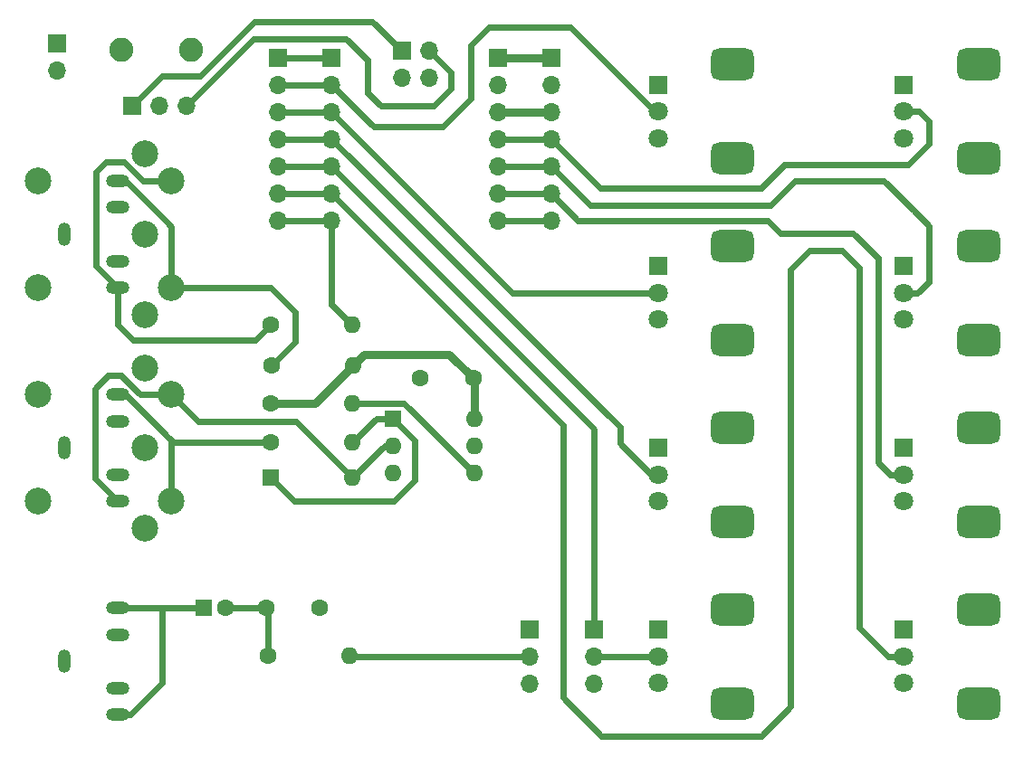
<source format=gbr>
%TF.GenerationSoftware,KiCad,Pcbnew,(6.0.5)*%
%TF.CreationDate,2023-03-15T22:14:50+00:00*%
%TF.ProjectId,XiaoSynthBoard,5869616f-5379-46e7-9468-426f6172642e,rev?*%
%TF.SameCoordinates,Original*%
%TF.FileFunction,Copper,L1,Top*%
%TF.FilePolarity,Positive*%
%FSLAX46Y46*%
G04 Gerber Fmt 4.6, Leading zero omitted, Abs format (unit mm)*
G04 Created by KiCad (PCBNEW (6.0.5)) date 2023-03-15 22:14:50*
%MOMM*%
%LPD*%
G01*
G04 APERTURE LIST*
G04 Aperture macros list*
%AMRoundRect*
0 Rectangle with rounded corners*
0 $1 Rounding radius*
0 $2 $3 $4 $5 $6 $7 $8 $9 X,Y pos of 4 corners*
0 Add a 4 corners polygon primitive as box body*
4,1,4,$2,$3,$4,$5,$6,$7,$8,$9,$2,$3,0*
0 Add four circle primitives for the rounded corners*
1,1,$1+$1,$2,$3*
1,1,$1+$1,$4,$5*
1,1,$1+$1,$6,$7*
1,1,$1+$1,$8,$9*
0 Add four rect primitives between the rounded corners*
20,1,$1+$1,$2,$3,$4,$5,0*
20,1,$1+$1,$4,$5,$6,$7,0*
20,1,$1+$1,$6,$7,$8,$9,0*
20,1,$1+$1,$8,$9,$2,$3,0*%
G04 Aperture macros list end*
%TA.AperFunction,ComponentPad*%
%ADD10C,2.499360*%
%TD*%
%TA.AperFunction,WasherPad*%
%ADD11C,2.499360*%
%TD*%
%TA.AperFunction,ComponentPad*%
%ADD12R,1.700000X1.700000*%
%TD*%
%TA.AperFunction,ComponentPad*%
%ADD13O,1.700000X1.700000*%
%TD*%
%TA.AperFunction,ComponentPad*%
%ADD14O,2.200000X1.200000*%
%TD*%
%TA.AperFunction,ComponentPad*%
%ADD15O,1.200000X2.200000*%
%TD*%
%TA.AperFunction,ComponentPad*%
%ADD16C,1.600000*%
%TD*%
%TA.AperFunction,ComponentPad*%
%ADD17O,1.600000X1.600000*%
%TD*%
%TA.AperFunction,ComponentPad*%
%ADD18RoundRect,0.750000X-1.250000X-0.750000X1.250000X-0.750000X1.250000X0.750000X-1.250000X0.750000X0*%
%TD*%
%TA.AperFunction,ComponentPad*%
%ADD19C,1.800000*%
%TD*%
%TA.AperFunction,ComponentPad*%
%ADD20R,1.800000X1.800000*%
%TD*%
%TA.AperFunction,ComponentPad*%
%ADD21R,1.600000X1.600000*%
%TD*%
%TA.AperFunction,ComponentPad*%
%ADD22C,2.250000*%
%TD*%
%TA.AperFunction,Conductor*%
%ADD23C,0.600000*%
%TD*%
%TA.AperFunction,Conductor*%
%ADD24C,0.800000*%
%TD*%
G04 APERTURE END LIST*
D10*
%TO.P,J4,5*%
%TO.N,Net-(J1-PadT)*%
X64499100Y-66003820D03*
%TO.P,J4,4*%
%TO.N,Net-(J1-PadR)*%
X64499100Y-75996180D03*
%TO.P,J4,3*%
%TO.N,unconnected-(J4-Pad3)*%
X61997200Y-63501920D03*
%TO.P,J4,2*%
%TO.N,GND*%
X61999740Y-71000000D03*
%TO.P,J4,1*%
%TO.N,unconnected-(J4-Pad1)*%
X61997200Y-78498080D03*
D11*
%TO.P,J4,*%
%TO.N,*%
X52002300Y-76001260D03*
X52002300Y-65998740D03*
%TD*%
D12*
%TO.P,J9,1,Pin_1*%
%TO.N,Net-(J8-Pad1)*%
X60825000Y-58975000D03*
D13*
%TO.P,J9,2,Pin_2*%
%TO.N,GND*%
X63365000Y-58975000D03*
%TO.P,J9,3,Pin_3*%
%TO.N,Net-(J8-Pad2)*%
X65905000Y-58975000D03*
%TD*%
%TO.P,J14,3,Pin_3*%
%TO.N,unconnected-(J14-Pad3)*%
X98000000Y-113080000D03*
%TO.P,J14,2,Pin_2*%
%TO.N,Net-(J14-Pad2)*%
X98000000Y-110540000D03*
D12*
%TO.P,J14,1,Pin_1*%
%TO.N,/A0*%
X98000000Y-108000000D03*
%TD*%
%TO.P,J13,1,Pin_1*%
%TO.N,/A4*%
X104000000Y-108000000D03*
D13*
%TO.P,J13,2,Pin_2*%
%TO.N,Net-(J13-Pad2)*%
X104000000Y-110540000D03*
%TO.P,J13,3,Pin_3*%
%TO.N,/A0*%
X104000000Y-113080000D03*
%TD*%
D14*
%TO.P,J1,TN*%
%TO.N,N/C*%
X59500000Y-73500000D03*
%TO.P,J1,T*%
%TO.N,Net-(J1-PadT)*%
X59500000Y-76000000D03*
D15*
%TO.P,J1,S*%
%TO.N,GND*%
X54500000Y-71000000D03*
D14*
%TO.P,J1,RN*%
%TO.N,N/C*%
X59500000Y-68500000D03*
%TO.P,J1,R*%
%TO.N,Net-(J1-PadR)*%
X59500000Y-66000000D03*
%TD*%
D16*
%TO.P,C1,1*%
%TO.N,+3V3*%
X92750000Y-84475000D03*
%TO.P,C1,2*%
%TO.N,GND*%
X87750000Y-84475000D03*
%TD*%
%TO.P,R4,1*%
%TO.N,+3V3*%
X73815000Y-86825000D03*
D17*
%TO.P,R4,2*%
%TO.N,/RX*%
X81435000Y-86825000D03*
%TD*%
D14*
%TO.P,J2,TN*%
%TO.N,N/C*%
X59500000Y-93500000D03*
%TO.P,J2,T*%
%TO.N,Net-(D1-Pad2)*%
X59500000Y-96000000D03*
D15*
%TO.P,J2,S*%
%TO.N,unconnected-(J2-PadS)*%
X54500000Y-91000000D03*
D14*
%TO.P,J2,RN*%
%TO.N,N/C*%
X59500000Y-88500000D03*
%TO.P,J2,R*%
%TO.N,Net-(J2-PadR)*%
X59500000Y-86000000D03*
%TD*%
D12*
%TO.P,J7,1,Pin_1*%
%TO.N,/A0*%
X79500000Y-54500000D03*
D13*
%TO.P,J7,2,Pin_2*%
%TO.N,/A1*%
X79500000Y-57040000D03*
%TO.P,J7,3,Pin_3*%
%TO.N,/A2*%
X79500000Y-59580000D03*
%TO.P,J7,4,Pin_4*%
%TO.N,/A3*%
X79500000Y-62120000D03*
%TO.P,J7,5,Pin_5*%
%TO.N,/A4*%
X79500000Y-64660000D03*
%TO.P,J7,6,Pin_6*%
%TO.N,/A5*%
X79500000Y-67200000D03*
%TO.P,J7,7,Pin_7*%
%TO.N,/TX*%
X79500000Y-69740000D03*
%TD*%
D18*
%TO.P,RV2,MP*%
%TO.N,N/C*%
X117000000Y-80900000D03*
X117000000Y-72100000D03*
D19*
%TO.P,RV2,3,3*%
%TO.N,+3V3*%
X110000000Y-79000000D03*
%TO.P,RV2,2,2*%
%TO.N,/A2*%
X110000000Y-76500000D03*
D20*
%TO.P,RV2,1,1*%
%TO.N,GND*%
X110000000Y-74000000D03*
%TD*%
D18*
%TO.P,RV4,MP*%
%TO.N,N/C*%
X117000000Y-106100000D03*
X117000000Y-114900000D03*
D19*
%TO.P,RV4,3,3*%
%TO.N,+3V3*%
X110000000Y-113000000D03*
%TO.P,RV4,2,2*%
%TO.N,Net-(J13-Pad2)*%
X110000000Y-110500000D03*
D20*
%TO.P,RV4,1,1*%
%TO.N,GND*%
X110000000Y-108000000D03*
%TD*%
D12*
%TO.P,J8,1,Pin_1*%
%TO.N,Net-(J8-Pad1)*%
X86050000Y-53820000D03*
D13*
%TO.P,J8,2,Pin_2*%
%TO.N,Net-(J8-Pad2)*%
X88590000Y-53820000D03*
%TO.P,J8,3,Pin_3*%
%TO.N,Net-(J8-Pad3)*%
X86050000Y-56360000D03*
%TO.P,J8,4,Pin_4*%
%TO.N,GND*%
X88590000Y-56360000D03*
%TD*%
D12*
%TO.P,J5,1,Pin_1*%
%TO.N,+5V*%
X53825000Y-53150000D03*
D13*
%TO.P,J5,2,Pin_2*%
%TO.N,GND*%
X53825000Y-55690000D03*
%TD*%
D16*
%TO.P,C2,1*%
%TO.N,Net-(C2-Pad1)*%
X73400000Y-106000000D03*
%TO.P,C2,2*%
%TO.N,GND*%
X78400000Y-106000000D03*
%TD*%
D17*
%TO.P,U1,6*%
%TO.N,+3V3*%
X92795000Y-88275000D03*
%TO.P,U1,5*%
%TO.N,GND*%
X92795000Y-90815000D03*
%TO.P,U1,4*%
%TO.N,/RX*%
X92795000Y-93355000D03*
%TO.P,U1,3*%
%TO.N,unconnected-(U1-Pad3)*%
X85175000Y-93355000D03*
%TO.P,U1,2*%
%TO.N,Net-(D1-Pad2)*%
X85175000Y-90815000D03*
D21*
%TO.P,U1,1*%
%TO.N,Net-(D1-Pad1)*%
X85175000Y-88275000D03*
%TD*%
D16*
%TO.P,R1,1*%
%TO.N,Net-(J2-PadR)*%
X73825000Y-90500000D03*
D17*
%TO.P,R1,2*%
%TO.N,Net-(D1-Pad1)*%
X81445000Y-90500000D03*
%TD*%
D21*
%TO.P,C3,1*%
%TO.N,Net-(C3-Pad1)*%
X67544888Y-106000000D03*
D16*
%TO.P,C3,2*%
%TO.N,Net-(C2-Pad1)*%
X69544888Y-106000000D03*
%TD*%
D14*
%TO.P,J12,TN*%
%TO.N,N/C*%
X59500000Y-113500000D03*
%TO.P,J12,T*%
%TO.N,Net-(C3-Pad1)*%
X59500000Y-116000000D03*
D15*
%TO.P,J12,S*%
%TO.N,GND*%
X54500000Y-111000000D03*
D14*
%TO.P,J12,RN*%
%TO.N,N/C*%
X59500000Y-108500000D03*
%TO.P,J12,R*%
%TO.N,Net-(C3-Pad1)*%
X59500000Y-106000000D03*
%TD*%
D20*
%TO.P,RV7,1,1*%
%TO.N,GND*%
X133000000Y-74000000D03*
D19*
%TO.P,RV7,2,2*%
%TO.N,/A9*%
X133000000Y-76500000D03*
%TO.P,RV7,3,3*%
%TO.N,+3V3*%
X133000000Y-79000000D03*
D18*
%TO.P,RV7,MP*%
%TO.N,N/C*%
X140000000Y-80900000D03*
X140000000Y-72100000D03*
%TD*%
D16*
%TO.P,R3,1*%
%TO.N,Net-(J1-PadT)*%
X73765000Y-79475000D03*
D17*
%TO.P,R3,2*%
%TO.N,/TX*%
X81385000Y-79475000D03*
%TD*%
D12*
%TO.P,J11,1,Pin_1*%
%TO.N,+5V*%
X100025000Y-54500000D03*
D13*
%TO.P,J11,2,Pin_2*%
%TO.N,GND*%
X100025000Y-57040000D03*
%TO.P,J11,3,Pin_3*%
%TO.N,+3V3*%
X100025000Y-59580000D03*
%TO.P,J11,4,Pin_4*%
%TO.N,/A10*%
X100025000Y-62120000D03*
%TO.P,J11,5,Pin_5*%
%TO.N,/A9*%
X100025000Y-64660000D03*
%TO.P,J11,6,Pin_6*%
%TO.N,/A8*%
X100025000Y-67200000D03*
%TO.P,J11,7,Pin_7*%
%TO.N,/RX*%
X100025000Y-69740000D03*
%TD*%
D12*
%TO.P,J6,1,Pin_1*%
%TO.N,/A0*%
X74500000Y-54500000D03*
D13*
%TO.P,J6,2,Pin_2*%
%TO.N,/A1*%
X74500000Y-57040000D03*
%TO.P,J6,3,Pin_3*%
%TO.N,/A2*%
X74500000Y-59580000D03*
%TO.P,J6,4,Pin_4*%
%TO.N,/A3*%
X74500000Y-62120000D03*
%TO.P,J6,5,Pin_5*%
%TO.N,/A4*%
X74500000Y-64660000D03*
%TO.P,J6,6,Pin_6*%
%TO.N,/A5*%
X74500000Y-67200000D03*
%TO.P,J6,7,Pin_7*%
%TO.N,/TX*%
X74500000Y-69740000D03*
%TD*%
D18*
%TO.P,RV3,MP*%
%TO.N,N/C*%
X117000000Y-89100000D03*
X117000000Y-97900000D03*
D19*
%TO.P,RV3,3,3*%
%TO.N,+3V3*%
X110000000Y-96000000D03*
%TO.P,RV3,2,2*%
%TO.N,/A3*%
X110000000Y-93500000D03*
D20*
%TO.P,RV3,1,1*%
%TO.N,GND*%
X110000000Y-91000000D03*
%TD*%
D16*
%TO.P,R2,1*%
%TO.N,Net-(J1-PadR)*%
X73840000Y-83275000D03*
D17*
%TO.P,R2,2*%
%TO.N,+3V3*%
X81460000Y-83275000D03*
%TD*%
D22*
%TO.P,SW1,2,B*%
%TO.N,GND*%
X59850000Y-53700000D03*
%TO.P,SW1,1,A*%
%TO.N,Net-(J8-Pad3)*%
X66350000Y-53700000D03*
%TD*%
D16*
%TO.P,R5,1*%
%TO.N,Net-(C2-Pad1)*%
X73490000Y-110475000D03*
D17*
%TO.P,R5,2*%
%TO.N,Net-(J14-Pad2)*%
X81110000Y-110475000D03*
%TD*%
D12*
%TO.P,J10,1,Pin_1*%
%TO.N,+5V*%
X95025000Y-54500000D03*
D13*
%TO.P,J10,2,Pin_2*%
%TO.N,GND*%
X95025000Y-57040000D03*
%TO.P,J10,3,Pin_3*%
%TO.N,+3V3*%
X95025000Y-59580000D03*
%TO.P,J10,4,Pin_4*%
%TO.N,/A10*%
X95025000Y-62120000D03*
%TO.P,J10,5,Pin_5*%
%TO.N,/A9*%
X95025000Y-64660000D03*
%TO.P,J10,6,Pin_6*%
%TO.N,/A8*%
X95025000Y-67200000D03*
%TO.P,J10,7,Pin_7*%
%TO.N,/RX*%
X95025000Y-69740000D03*
%TD*%
D21*
%TO.P,D1,1,K*%
%TO.N,Net-(D1-Pad1)*%
X73815000Y-93800000D03*
D17*
%TO.P,D1,2,A*%
%TO.N,Net-(D1-Pad2)*%
X81435000Y-93800000D03*
%TD*%
D18*
%TO.P,RV8,MP*%
%TO.N,N/C*%
X140000000Y-55100000D03*
X140000000Y-63900000D03*
D19*
%TO.P,RV8,3,3*%
%TO.N,+3V3*%
X133000000Y-62000000D03*
%TO.P,RV8,2,2*%
%TO.N,/A10*%
X133000000Y-59500000D03*
D20*
%TO.P,RV8,1,1*%
%TO.N,GND*%
X133000000Y-57000000D03*
%TD*%
D11*
%TO.P,J3,*%
%TO.N,*%
X52002300Y-96001260D03*
X52002300Y-85998740D03*
D10*
%TO.P,J3,1*%
%TO.N,unconnected-(J3-Pad1)*%
X61997200Y-98498080D03*
%TO.P,J3,2*%
%TO.N,unconnected-(J3-Pad2)*%
X61999740Y-91000000D03*
%TO.P,J3,3*%
%TO.N,unconnected-(J3-Pad3)*%
X61997200Y-83501920D03*
%TO.P,J3,4*%
%TO.N,Net-(J2-PadR)*%
X64499100Y-95996180D03*
%TO.P,J3,5*%
%TO.N,Net-(D1-Pad2)*%
X64499100Y-86003820D03*
%TD*%
D18*
%TO.P,RV5,MP*%
%TO.N,N/C*%
X140000000Y-114900000D03*
X140000000Y-106100000D03*
D19*
%TO.P,RV5,3,3*%
%TO.N,+3V3*%
X133000000Y-113000000D03*
%TO.P,RV5,2,2*%
%TO.N,/A5*%
X133000000Y-110500000D03*
D20*
%TO.P,RV5,1,1*%
%TO.N,GND*%
X133000000Y-108000000D03*
%TD*%
%TO.P,RV6,1,1*%
%TO.N,GND*%
X133000000Y-91000000D03*
D19*
%TO.P,RV6,2,2*%
%TO.N,/A8*%
X133000000Y-93500000D03*
%TO.P,RV6,3,3*%
%TO.N,+3V3*%
X133000000Y-96000000D03*
D18*
%TO.P,RV6,MP*%
%TO.N,N/C*%
X140000000Y-97900000D03*
X140000000Y-89100000D03*
%TD*%
%TO.P,RV1,MP*%
%TO.N,N/C*%
X117000000Y-63900000D03*
X117000000Y-55100000D03*
D19*
%TO.P,RV1,3,3*%
%TO.N,+3V3*%
X110000000Y-62000000D03*
%TO.P,RV1,2,2*%
%TO.N,/A1*%
X110000000Y-59500000D03*
D20*
%TO.P,RV1,1,1*%
%TO.N,GND*%
X110000000Y-57000000D03*
%TD*%
D23*
%TO.N,/A8*%
X131727208Y-93500000D02*
X133000000Y-93500000D01*
X130601104Y-92373896D02*
X131727208Y-93500000D01*
X130601104Y-73226104D02*
X130601104Y-92373896D01*
X128250000Y-70875000D02*
X130601104Y-73226104D01*
X120250000Y-69700000D02*
X121425000Y-70875000D01*
X100025000Y-67200000D02*
X102525000Y-69700000D01*
X102525000Y-69700000D02*
X120250000Y-69700000D01*
X121425000Y-70875000D02*
X128250000Y-70875000D01*
%TO.N,/A5*%
X127175000Y-72525000D02*
X128825000Y-74175000D01*
X124175000Y-72525000D02*
X127175000Y-72525000D01*
X128825000Y-74175000D02*
X128825000Y-107825000D01*
X122387500Y-74312500D02*
X124175000Y-72525000D01*
X122387500Y-115212500D02*
X122387500Y-74312500D01*
%TO.N,/A9*%
X122850000Y-65975000D02*
X131100000Y-65975000D01*
X133862500Y-68737500D02*
X135325000Y-70200000D01*
X133400000Y-68275000D02*
X133862500Y-68737500D01*
X120550000Y-68275000D02*
X122850000Y-65975000D01*
X131100000Y-65975000D02*
X133862500Y-68737500D01*
X104700000Y-68275000D02*
X120550000Y-68275000D01*
%TO.N,/A10*%
X135375000Y-60450000D02*
X134425000Y-59500000D01*
X134425000Y-59500000D02*
X133000000Y-59500000D01*
X135375000Y-62525000D02*
X135375000Y-60450000D01*
X133400000Y-64500000D02*
X135375000Y-62525000D01*
X121825000Y-64500000D02*
X133400000Y-64500000D01*
X119650000Y-66675000D02*
X121825000Y-64500000D01*
X104580000Y-66675000D02*
X119650000Y-66675000D01*
X100025000Y-62120000D02*
X104580000Y-66675000D01*
%TO.N,/A5*%
X119650000Y-117950000D02*
X122387500Y-115212500D01*
X128825000Y-107825000D02*
X131500000Y-110500000D01*
X131500000Y-110500000D02*
X133000000Y-110500000D01*
X104700000Y-117950000D02*
X119650000Y-117950000D01*
X101125000Y-114375000D02*
X104700000Y-117950000D01*
X101125000Y-88875000D02*
X101125000Y-114375000D01*
X101150000Y-88850000D02*
X101125000Y-88875000D01*
X79500000Y-67200000D02*
X101150000Y-88850000D01*
%TO.N,/A9*%
X135325000Y-70200000D02*
X135325000Y-75447792D01*
X135325000Y-75447792D02*
X134272792Y-76500000D01*
X134272792Y-76500000D02*
X133000000Y-76500000D01*
%TO.N,/A0*%
X79500000Y-54500000D02*
X74500000Y-54500000D01*
%TO.N,/A1*%
X74500000Y-57040000D02*
X79500000Y-57040000D01*
%TO.N,/A2*%
X79500000Y-59580000D02*
X74500000Y-59580000D01*
%TO.N,/A3*%
X74500000Y-62120000D02*
X79500000Y-62120000D01*
%TO.N,/A4*%
X79500000Y-64660000D02*
X74500000Y-64660000D01*
%TO.N,/A5*%
X74500000Y-67200000D02*
X79500000Y-67200000D01*
%TO.N,/TX*%
X79500000Y-69740000D02*
X74500000Y-69740000D01*
D24*
%TO.N,+5V*%
X100025000Y-54500000D02*
X95025000Y-54500000D01*
%TO.N,+3V3*%
X95025000Y-59580000D02*
X100025000Y-59580000D01*
D23*
%TO.N,/A10*%
X100025000Y-62120000D02*
X95025000Y-62120000D01*
%TO.N,/A9*%
X95025000Y-64660000D02*
X100025000Y-64660000D01*
%TO.N,/A8*%
X100025000Y-67200000D02*
X95025000Y-67200000D01*
%TO.N,/RX*%
X95025000Y-69740000D02*
X100025000Y-69740000D01*
%TO.N,/A9*%
X103640000Y-68275000D02*
X104700000Y-68275000D01*
X100025000Y-64660000D02*
X103640000Y-68275000D01*
%TO.N,Net-(J8-Pad2)*%
X90612500Y-55842500D02*
X88590000Y-53820000D01*
X90612500Y-57387500D02*
X90612500Y-55842500D01*
X89000000Y-59000000D02*
X90612500Y-57387500D01*
X82850000Y-57750000D02*
X84100000Y-59000000D01*
X84100000Y-59000000D02*
X89000000Y-59000000D01*
X80825000Y-52675000D02*
X82850000Y-54700000D01*
X72205000Y-52675000D02*
X80825000Y-52675000D01*
X65905000Y-58975000D02*
X72205000Y-52675000D01*
X82850000Y-54700000D02*
X82850000Y-57750000D01*
%TO.N,Net-(D1-Pad2)*%
X61558776Y-86003820D02*
X64499100Y-86003820D01*
X59854956Y-84300000D02*
X61558776Y-86003820D01*
X59825000Y-84300000D02*
X59854956Y-84300000D01*
X57350000Y-93850000D02*
X57350000Y-85450000D01*
X57350000Y-85450000D02*
X58550000Y-84250000D01*
X59500000Y-96000000D02*
X57350000Y-93850000D01*
X58550000Y-84250000D02*
X59825000Y-84250000D01*
X59825000Y-84250000D02*
X59825000Y-84300000D01*
%TO.N,Net-(J1-PadT)*%
X72340000Y-80900000D02*
X73765000Y-79475000D01*
X59500000Y-79500000D02*
X60900000Y-80900000D01*
X59500000Y-76000000D02*
X59500000Y-79500000D01*
X60900000Y-80900000D02*
X72340000Y-80900000D01*
%TO.N,Net-(D1-Pad2)*%
X76187360Y-88552360D02*
X81435000Y-93800000D01*
X67047640Y-88552360D02*
X76187360Y-88552360D01*
X64499100Y-86003820D02*
X67047640Y-88552360D01*
%TO.N,Net-(J2-PadR)*%
X64700000Y-90500000D02*
X64225000Y-90025000D01*
X73825000Y-90500000D02*
X64700000Y-90500000D01*
X64499100Y-95996180D02*
X64499100Y-90299100D01*
X64499100Y-90299100D02*
X64225000Y-90025000D01*
X60200000Y-86000000D02*
X64225000Y-90025000D01*
%TO.N,Net-(J1-PadR)*%
X64499100Y-75996180D02*
X64499100Y-70299100D01*
X64499100Y-70299100D02*
X64200000Y-70000000D01*
X60200000Y-66000000D02*
X64200000Y-70000000D01*
%TO.N,Net-(J1-PadT)*%
X61853820Y-66003820D02*
X64499100Y-66003820D01*
%TO.N,/A9*%
X132700978Y-76500000D02*
X133000000Y-76500000D01*
%TO.N,Net-(J1-PadT)*%
X58375000Y-64200000D02*
X57425000Y-65150000D01*
X60050000Y-64200000D02*
X58375000Y-64200000D01*
X57425000Y-73925000D02*
X59500000Y-76000000D01*
X61853820Y-66003820D02*
X60050000Y-64200000D01*
X57425000Y-65150000D02*
X57425000Y-73925000D01*
%TO.N,Net-(J8-Pad1)*%
X83305000Y-51075000D02*
X86050000Y-53820000D01*
X67150000Y-56200000D02*
X72275000Y-51075000D01*
X72275000Y-51075000D02*
X83305000Y-51075000D01*
X63600000Y-56200000D02*
X67150000Y-56200000D01*
X60825000Y-58975000D02*
X63600000Y-56200000D01*
%TO.N,/A1*%
X101825978Y-51625000D02*
X109700978Y-59500000D01*
X94200000Y-51625000D02*
X101825978Y-51625000D01*
X109700978Y-59500000D02*
X110000000Y-59500000D01*
X92525489Y-53299511D02*
X94200000Y-51625000D01*
X89900000Y-60950000D02*
X92525489Y-58324511D01*
X83410000Y-60950000D02*
X89900000Y-60950000D01*
X92525489Y-58324511D02*
X92525489Y-53299511D01*
X79500000Y-57040000D02*
X83410000Y-60950000D01*
%TO.N,/A3*%
X106437500Y-90562500D02*
X109375000Y-93500000D01*
X109375000Y-93500000D02*
X110000000Y-93500000D01*
X106437500Y-89057500D02*
X106437500Y-90562500D01*
X79500000Y-62120000D02*
X106437500Y-89057500D01*
%TO.N,/A4*%
X104000000Y-108000000D02*
X104000000Y-89255692D01*
%TO.N,Net-(J14-Pad2)*%
X81175000Y-110540000D02*
X81110000Y-110475000D01*
X98000000Y-110540000D02*
X81175000Y-110540000D01*
%TO.N,Net-(J13-Pad2)*%
X109960000Y-110540000D02*
X110000000Y-110500000D01*
X104000000Y-110540000D02*
X109960000Y-110540000D01*
%TO.N,Net-(J1-PadR)*%
X73771180Y-75996180D02*
X64999100Y-75996180D01*
X76075000Y-78300000D02*
X73771180Y-75996180D01*
X59500000Y-66000000D02*
X60200000Y-66000000D01*
%TO.N,Net-(J2-PadR)*%
X59500000Y-86000000D02*
X60200000Y-86000000D01*
%TO.N,Net-(C3-Pad1)*%
X63650000Y-106000000D02*
X59500000Y-106000000D01*
X63650000Y-113000000D02*
X63650000Y-106000000D01*
X67544888Y-106000000D02*
X63650000Y-106000000D01*
X60650000Y-116000000D02*
X63650000Y-113000000D01*
X59500000Y-116000000D02*
X60650000Y-116000000D01*
%TO.N,Net-(C2-Pad1)*%
X73400000Y-106000000D02*
X69544888Y-106000000D01*
X73490000Y-110475000D02*
X73490000Y-106090000D01*
%TO.N,/A2*%
X96420000Y-76500000D02*
X110000000Y-76500000D01*
X79500000Y-59580000D02*
X96420000Y-76500000D01*
%TO.N,/A4*%
X79500000Y-64660000D02*
X103925000Y-89085000D01*
%TO.N,/TX*%
X79500000Y-77590000D02*
X81385000Y-79475000D01*
X79500000Y-69740000D02*
X79500000Y-77590000D01*
%TO.N,Net-(D1-Pad1)*%
X83670000Y-88275000D02*
X81445000Y-90500000D01*
X85175000Y-88275000D02*
X83670000Y-88275000D01*
X75990000Y-95975000D02*
X73815000Y-93800000D01*
X87225000Y-94025000D02*
X85275000Y-95975000D01*
X85275000Y-95975000D02*
X75990000Y-95975000D01*
X87225000Y-90325000D02*
X87225000Y-94025000D01*
X85175000Y-88275000D02*
X87225000Y-90325000D01*
%TO.N,/RX*%
X86265000Y-86825000D02*
X92795000Y-93355000D01*
X81435000Y-86825000D02*
X86265000Y-86825000D01*
%TO.N,Net-(D1-Pad2)*%
X84420000Y-90815000D02*
X81435000Y-93800000D01*
X85175000Y-90815000D02*
X84420000Y-90815000D01*
%TO.N,Net-(J1-PadR)*%
X76075000Y-81040000D02*
X73840000Y-83275000D01*
X76075000Y-78300000D02*
X76075000Y-81040000D01*
D24*
%TO.N,+3V3*%
X77910000Y-86825000D02*
X81460000Y-83275000D01*
X73815000Y-86825000D02*
X77910000Y-86825000D01*
X90500000Y-82225000D02*
X92750000Y-84475000D01*
X82510000Y-82225000D02*
X90500000Y-82225000D01*
X81460000Y-83275000D02*
X82510000Y-82225000D01*
X92795000Y-84520000D02*
X92750000Y-84475000D01*
X92795000Y-88275000D02*
X92795000Y-84520000D01*
%TD*%
M02*

</source>
